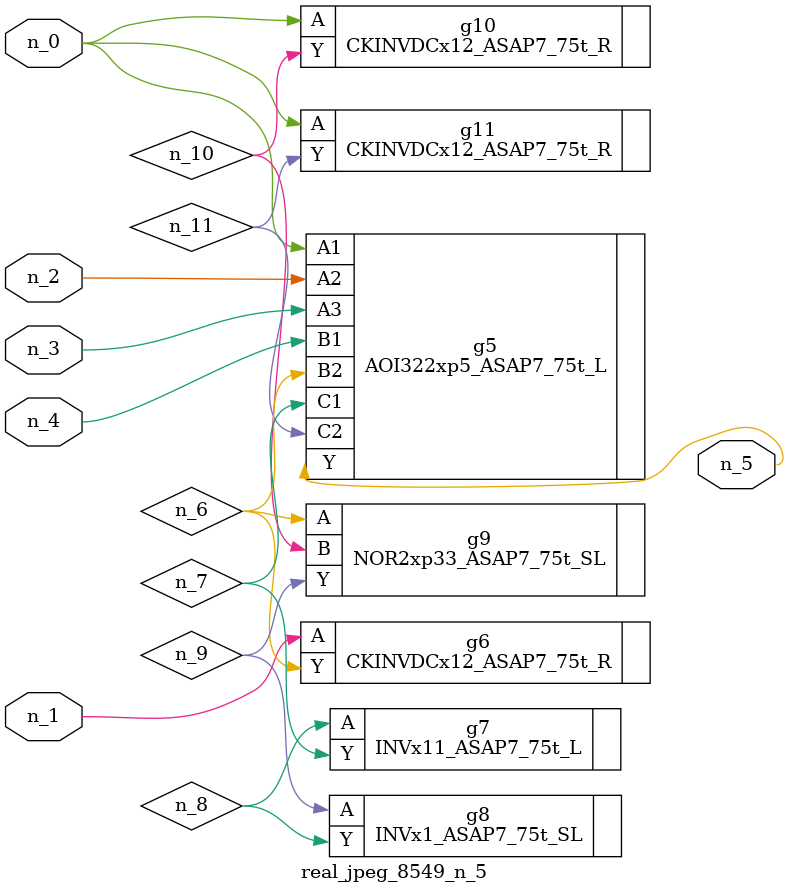
<source format=v>
module real_jpeg_8549_n_5 (n_4, n_0, n_1, n_2, n_3, n_5);

input n_4;
input n_0;
input n_1;
input n_2;
input n_3;

output n_5;

wire n_8;
wire n_11;
wire n_6;
wire n_7;
wire n_10;
wire n_9;

AOI322xp5_ASAP7_75t_L g5 ( 
.A1(n_0),
.A2(n_2),
.A3(n_3),
.B1(n_4),
.B2(n_6),
.C1(n_7),
.C2(n_11),
.Y(n_5)
);

CKINVDCx12_ASAP7_75t_R g10 ( 
.A(n_0),
.Y(n_10)
);

CKINVDCx12_ASAP7_75t_R g11 ( 
.A(n_0),
.Y(n_11)
);

CKINVDCx12_ASAP7_75t_R g6 ( 
.A(n_1),
.Y(n_6)
);

NOR2xp33_ASAP7_75t_SL g9 ( 
.A(n_6),
.B(n_10),
.Y(n_9)
);

INVx11_ASAP7_75t_L g7 ( 
.A(n_8),
.Y(n_7)
);

INVx1_ASAP7_75t_SL g8 ( 
.A(n_9),
.Y(n_8)
);


endmodule
</source>
